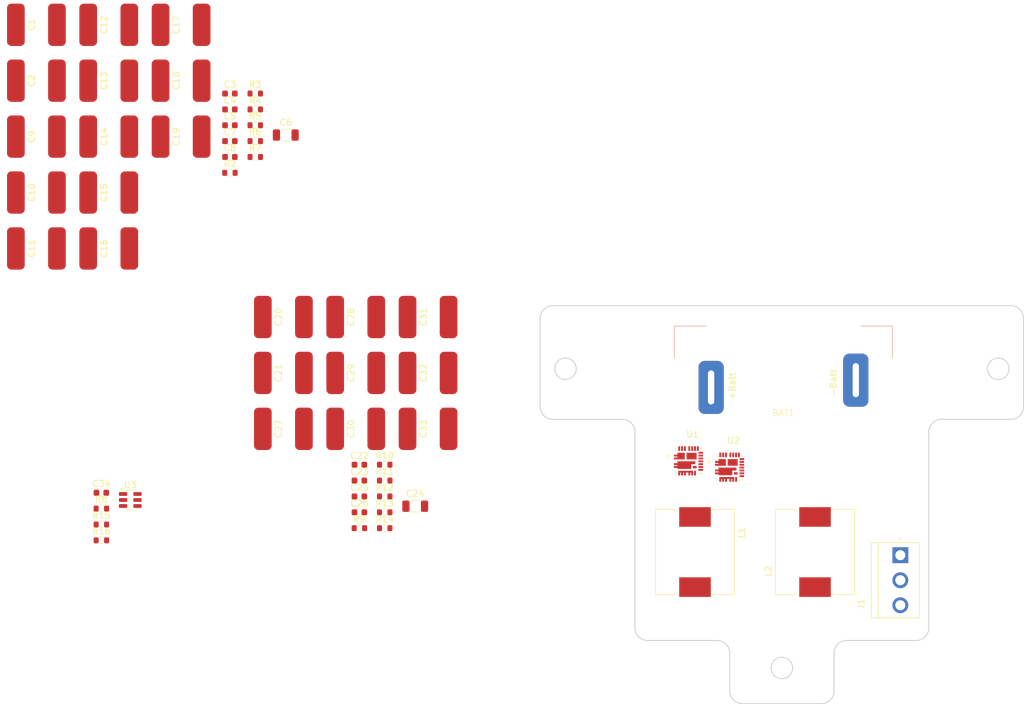
<source format=kicad_pcb>
(kicad_pcb (version 20241229) (generator "pcbnew") (generator_version "9.0")
  (layers (0 "F.Cu" signal) (4 "In1.Cu" power) (6 "In2.Cu" power) (2 "B.Cu" signal) (13 "F.Paste" user) (15 "B.Paste" user) (5 "F.SilkS" user "F.Silkscreen") (7 "B.SilkS" user "B.Silkscreen") (1 "F.Mask" user) (3 "B.Mask" user) (25 "Edge.Cuts" user))
  (net 0 "")
  (net 1 "GND")
  (net 2 "+BATT")
  (net 3 "Net-(C5-Pad2)")
  (net 4 "Net-(U1-BOOT)")
  (net 5 "Net-(U1-VDRV)")
  (net 6 "GND1")
  (net 7 "Net-(U1-VDD)")
  (net 8 "/+12V")
  (net 9 "Net-(C23-Pad2)")
  (net 10 "Net-(U2-BOOT)")
  (net 11 "Net-(U2-VDRV)")
  (net 12 "Net-(U2-VDD)")
  (net 13 "/+5V")
  (net 14 "Net-(L1-Pad1)")
  (net 15 "Net-(L2-Pad1)")
  (net 16 "Net-(U1-PHASE)")
  (net 17 "Net-(U1-MODE2)")
  (net 18 "Net-(U1-PGOOD)")
  (net 19 "Net-(U1-MODE1)")
  (net 20 "Net-(U1-FB)")
  (net 21 "/12V/EN_12V")
  (net 22 "Net-(U2-PHASE)")
  (net 23 "Net-(U2-MODE2)")
  (net 24 "Net-(U2-PGOOD)")
  (net 25 "Net-(U2-MODE1)")
  (net 26 "Net-(U2-FB)")
  (net 27 "Net-(U3-SENSE)")
  (footprint "Capacitor_SMD:C_0603_1608Metric" (layer "F.Cu") (at 12.592 84.3198)
    (property "Reference" "C34" (at 0 -1.43 0) (layer "F.SilkS"))
    (property "Value" "100n/50V/0603")
    (fp_line (start -0.14058 -0.51) (end 0.14058 -0.51) (stroke (width 0.12)) (layer "F.SilkS"))
    (fp_line (start -0.14058 0.51) (end 0.14058 0.51) (stroke (width 0.12)) (layer "F.SilkS"))
    (pad "1" smd roundrect (at -0.775 0) (size 0.9 0.95) (layers "F.Cu" "F.Mask" "F.Paste") (net 1 "GND"))
    (pad "2" smd roundrect (at 0.775 0) (size 0.9 0.95) (layers "F.Cu" "F.Mask" "F.Paste") (net 2 "+BATT"))
  )
  (footprint "Library:TE_640388-3" (layer "F.Cu") (at 139.052 98.1598 90)
    (property "Reference" "J1" (at -3.765 -6.205 90) (layer "F.SilkS"))
    (property "Value" "640388-3")
    (fp_line (start 5.94 -4.57) (end -5.94 -4.57) (stroke (width 0.127)) (layer "F.SilkS"))
    (fp_line (start 5.94 -4.57) (end 5.94 3.05) (stroke (width 0.127)) (layer "F.SilkS"))
    (fp_line (start 5.9 -3.5) (end -5.98 -3.5) (stroke (width 0.127)) (layer "F.SilkS"))
    (fp_line (start 5.94 3.05) (end -5.94 3.05) (stroke (width 0.127)) (layer "F.SilkS"))
    (fp_line (start -5.94 3.05) (end -5.94 -4.57) (stroke (width 0.127)) (layer "F.SilkS"))
    (fp_circle (center 6.59 0) (end 6.69 0) (stroke (width 0.2)) (fill no) (layer "F.SilkS"))
    (pad "1" thru_hole rect (at 3.96 0 90) (size 2.5 2.5) (drill 1.6) (layers "*.Cu" "*.Mask") (net 13 "/+5V"))
    (pad "2" thru_hole circle (at 0 0 90) (size 2.5 2.5) (drill 1.6) (layers "*.Cu" "*.Mask") (net 8 "/+12V"))
    (pad "3" thru_hole circle (at -3.96 0 90) (size 2.5 2.5) (drill 1.6) (layers "*.Cu" "*.Mask") (net 1 "GND"))
  )
  (footprint "Resistor_SMD:R_0603_1608Metric" (layer "F.Cu") (at 36.952 26.1498)
    (property "Reference" "R5" (at 0 -1.43 0) (layer "F.SilkS"))
    (property "Value" "100k/0603")
    (fp_line (start -0.237258 -0.5225) (end 0.237258 -0.5225) (stroke (width 0.12)) (layer "F.SilkS"))
    (fp_line (start -0.237258 0.5225) (end 0.237258 0.5225) (stroke (width 0.12)) (layer "F.SilkS"))
    (pad "1" smd roundrect (at -0.825 0) (size 0.8 0.95) (layers "F.Cu" "F.Mask" "F.Paste") (net 7 "Net-(U1-VDD)"))
    (pad "2" smd roundrect (at 0.825 0) (size 0.8 0.95) (layers "F.Cu" "F.Mask" "F.Paste") (net 19 "Net-(U1-MODE1)"))
  )
  (footprint "Library:C_CER_7.5x6.3" (layer "F.Cu") (at 64.302 56.4998)
    (property "Reference" "C31" (at -0.75 0 90) (layer "F.SilkS"))
    (property "Value" "22u/50V/3025")
    (pad "1" smd roundrect (at -3.25 0) (size 2.8 6.7) (layers "F.Cu" "F.Mask" "F.Paste") (net 13 "/+5V"))
    (pad "2" smd roundrect (at 3.25 0) (size 2.8 6.7) (layers "F.Cu" "F.Mask" "F.Paste") (net 1 "GND"))
  )
  (footprint "Library:C_CER_7.5x6.3" (layer "F.Cu") (at 13.762 19.0998)
    (property "Reference" "C13" (at -0.75 0 90) (layer "F.SilkS"))
    (property "Value" "22u/50V/3025")
    (pad "1" smd roundrect (at -3.25 0) (size 2.8 6.7) (layers "F.Cu" "F.Mask" "F.Paste") (net 8 "/+12V"))
    (pad "2" smd roundrect (at 3.25 0) (size 2.8 6.7) (layers "F.Cu" "F.Mask" "F.Paste") (net 1 "GND"))
  )
  (footprint "Capacitor_SMD:C_0603_1608Metric" (layer "F.Cu") (at 53.432 82.3898)
    (property "Reference" "C23" (at 0 -1.43 0) (layer "F.SilkS"))
    (property "Value" "100n/50V/0603")
    (fp_line (start -0.14058 -0.51) (end 0.14058 -0.51) (stroke (width 0.12)) (layer "F.SilkS"))
    (fp_line (start -0.14058 0.51) (end 0.14058 0.51) (stroke (width 0.12)) (layer "F.SilkS"))
    (pad "1" smd roundrect (at -0.775 0) (size 0.9 0.95) (layers "F.Cu" "F.Mask" "F.Paste") (net 10 "Net-(U2-BOOT)"))
    (pad "2" smd roundrect (at 0.775 0) (size 0.9 0.95) (layers "F.Cu" "F.Mask" "F.Paste") (net 9 "Net-(C23-Pad2)"))
  )
  (footprint "Resistor_SMD:R_0603_1608Metric" (layer "F.Cu") (at 36.952 23.6398)
    (property "Reference" "R4" (at 0 -1.43 0) (layer "F.SilkS"))
    (property "Value" "100k/0603")
    (fp_line (start -0.237258 -0.5225) (end 0.237258 -0.5225) (stroke (width 0.12)) (layer "F.SilkS"))
    (fp_line (start -0.237258 0.5225) (end 0.237258 0.5225) (stroke (width 0.12)) (layer "F.SilkS"))
    (pad "1" smd roundrect (at -0.825 0) (size 0.8 0.95) (layers "F.Cu" "F.Mask" "F.Paste") (net 18 "Net-(U1-PGOOD)"))
    (pad "2" smd roundrect (at 0.825 0) (size 0.8 0.95) (layers "F.Cu" "F.Mask" "F.Paste") (net 7 "Net-(U1-VDD)"))
  )
  (footprint "Capacitor_SMD:C_0603_1608Metric" (layer "F.Cu") (at 32.942 26.1498)
    (property "Reference" "C5" (at 0 -1.43 0) (layer "F.SilkS"))
    (property "Value" "100n/50V/0603")
    (fp_line (start -0.14058 -0.51) (end 0.14058 -0.51) (stroke (width 0.12)) (layer "F.SilkS"))
    (fp_line (start -0.14058 0.51) (end 0.14058 0.51) (stroke (width 0.12)) (layer "F.SilkS"))
    (pad "1" smd roundrect (at -0.775 0) (size 0.9 0.95) (layers "F.Cu" "F.Mask" "F.Paste") (net 4 "Net-(U1-BOOT)"))
    (pad "2" smd roundrect (at 0.775 0) (size 0.9 0.95) (layers "F.Cu" "F.Mask" "F.Paste") (net 3 "Net-(C5-Pad2)"))
  )
  (footprint "Capacitor_SMD:C_0603_1608Metric" (layer "F.Cu") (at 32.942 31.1698)
    (property "Reference" "C8" (at 0 -1.43 0) (layer "F.SilkS"))
    (property "Value" "100n/50V/0603")
    (fp_line (start -0.14058 -0.51) (end 0.14058 -0.51) (stroke (width 0.12)) (layer "F.SilkS"))
    (fp_line (start -0.14058 0.51) (end 0.14058 0.51) (stroke (width 0.12)) (layer "F.SilkS"))
    (pad "1" smd roundrect (at -0.775 0) (size 0.9 0.95) (layers "F.Cu" "F.Mask" "F.Paste") (net 1 "GND"))
    (pad "2" smd roundrect (at 0.775 0) (size 0.9 0.95) (layers "F.Cu" "F.Mask" "F.Paste") (net 8 "/+12V"))
  )
  (footprint "Library:C_CER_7.5x6.3" (layer "F.Cu") (at 25.212 10.2498)
    (property "Reference" "C17" (at -0.75 0 90) (layer "F.SilkS"))
    (property "Value" "22u/50V/3025")
    (pad "1" smd roundrect (at -3.25 0) (size 2.8 6.7) (layers "F.Cu" "F.Mask" "F.Paste") (net 8 "/+12V"))
    (pad "2" smd roundrect (at 3.25 0) (size 2.8 6.7) (layers "F.Cu" "F.Mask" "F.Paste") (net 1 "GND"))
  )
  (footprint "Library:C_1206_3216Metric" (layer "F.Cu") (at 41.782 27.6998)
    (property "Reference" "C6" (at 0 -2 180) (layer "F.SilkS"))
    (property "Value" "4.7u/16V/1206")
    (fp_line (start -0.711252 -0.91) (end 0.711252 -0.91) (stroke (width 0.12)) (layer "F.SilkS"))
    (fp_line (start -0.711252 0.91) (end 0.711252 0.91) (stroke (width 0.12)) (layer "F.SilkS"))
    (pad "1" smd roundrect (at -1.475 0) (size 1.15 1.8) (layers "F.Cu" "F.Mask" "F.Paste") (roundrect_rratio 0.2173913043) (net 5 "Net-(U1-VDRV)"))
    (pad "2" smd roundrect (at 1.475 0) (size 1.15 1.8) (layers "F.Cu" "F.Mask" "F.Paste") (roundrect_rratio 0.2173913043) (net 6 "GND1"))
  )
  (footprint "Capacitor_SMD:C_0603_1608Metric" (layer "F.Cu") (at 53.432 84.8998)
    (property "Reference" "C25" (at 0 -1.43 0) (layer "F.SilkS"))
    (property "Value" "1u/16V/0603")
    (fp_line (start -0.14058 -0.51) (end 0.14058 -0.51) (stroke (width 0.12)) (layer "F.SilkS"))
    (fp_line (start -0.14058 0.51) (end 0.14058 0.51) (stroke (width 0.12)) (layer "F.SilkS"))
    (pad "1" smd roundrect (at -0.775 0) (size 0.9 0.95) (layers "F.Cu" "F.Mask" "F.Paste") (net 12 "Net-(U2-VDD)"))
    (pad "2" smd roundrect (at 0.775 0) (size 0.9 0.95) (layers "F.Cu" "F.Mask" "F.Paste") (net 6 "GND1"))
  )
  (footprint "Capacitor_SMD:C_0603_1608Metric" (layer "F.Cu") (at 53.432 79.8798)
    (property "Reference" "C22" (at 0 -1.43 0) (layer "F.SilkS"))
    (property "Value" "100n/50V/0603")
    (fp_line (start -0.14058 -0.51) (end 0.14058 -0.51) (stroke (width 0.12)) (layer "F.SilkS"))
    (fp_line (start -0.14058 0.51) (end 0.14058 0.51) (stroke (width 0.12)) (layer "F.SilkS"))
    (pad "1" smd roundrect (at -0.775 0) (size 0.9 0.95) (layers "F.Cu" "F.Mask" "F.Paste") (net 1 "GND"))
    (pad "2" smd roundrect (at 0.775 0) (size 0.9 0.95) (layers "F.Cu" "F.Mask" "F.Paste") (net 2 "+BATT"))
  )
  (footprint "Capacitor_SMD:C_0603_1608Metric" (layer "F.Cu") (at 32.942 23.6398)
    (property "Reference" "C4" (at 0 -1.43 0) (layer "F.SilkS"))
    (property "Value" "100n/50V/0603")
    (fp_line (start -0.14058 -0.51) (end 0.14058 -0.51) (stroke (width 0.12)) (layer "F.SilkS"))
    (fp_line (start -0.14058 0.51) (end 0.14058 0.51) (stroke (width 0.12)) (layer "F.SilkS"))
    (pad "1" smd roundrect (at -0.775 0) (size 0.9 0.95) (layers "F.Cu" "F.Mask" "F.Paste") (net 1 "GND"))
    (pad "2" smd roundrect (at 0.775 0) (size 0.9 0.95) (layers "F.Cu" "F.Mask" "F.Paste") (net 2 "+BATT"))
  )
  (footprint "Library:C_CER_7.5x6.3" (layer "F.Cu") (at 25.212 27.9498)
    (property "Reference" "C19" (at -0.75 0 90) (layer "F.SilkS"))
    (property "Value" "22u/50V/3025")
    (pad "1" smd roundrect (at -3.25 0) (size 2.8 6.7) (layers "F.Cu" "F.Mask" "F.Paste") (net 8 "/+12V"))
    (pad "2" smd roundrect (at 3.25 0) (size 2.8 6.7) (layers "F.Cu" "F.Mask" "F.Paste") (net 1 "GND"))
  )
  (footprint "Library:C_CER_7.5x6.3" (layer "F.Cu") (at 64.302 65.3498)
    (property "Reference" "C32" (at -0.75 0 90) (layer "F.SilkS"))
    (property "Value" "22u/50V/3025")
    (pad "1" smd roundrect (at -3.25 0) (size 2.8 6.7) (layers "F.Cu" "F.Mask" "F.Paste") (net 13 "/+5V"))
    (pad "2" smd roundrect (at 3.25 0) (size 2.8 6.7) (layers "F.Cu" "F.Mask" "F.Paste") (net 1 "GND"))
  )
  (footprint "Resistor_SMD:R_0603_1608Metric" (layer "F.Cu") (at 36.952 21.1298)
    (property "Reference" "R3" (at 0 -1.43 0) (layer "F.SilkS"))
    (property "Value" "499k/0603")
    (fp_line (start -0.237258 -0.5225) (end 0.237258 -0.5225) (stroke (width 0.12)) (layer "F.SilkS"))
    (fp_line (start -0.237258 0.5225) (end 0.237258 0.5225) (stroke (width 0.12)) (layer "F.SilkS"))
    (pad "1" smd roundrect (at -0.825 0) (size 0.8 0.95) (layers "F.Cu" "F.Mask" "F.Paste") (net 17 "Net-(U1-MODE2)"))
    (pad "2" smd roundrect (at 0.825 0) (size 0.8 0.95) (layers "F.Cu" "F.Mask" "F.Paste") (net 6 "GND1"))
  )
  (footprint "Resistor_SMD:R_0603_1608Metric" (layer "F.Cu") (at 12.592 86.8298)
    (property "Reference" "R8" (at 0 -1.43 0) (layer "F.SilkS"))
    (property "Value" "100k/0603")
    (fp_line (start -0.237258 -0.5225) (end 0.237258 -0.5225) (stroke (width 0.12)) (layer "F.SilkS"))
    (fp_line (start -0.237258 0.5225) (end 0.237258 0.5225) (stroke (width 0.12)) (layer "F.SilkS"))
    (pad "1" smd roundrect (at -0.825 0) (size 0.8 0.95) (layers "F.Cu" "F.Mask" "F.Paste") (net 21 "/12V/EN_12V"))
    (pad "2" smd roundrect (at 0.825 0) (size 0.8 0.95) (layers "F.Cu" "F.Mask" "F.Paste") (net 2 "+BATT"))
  )
  (footprint "Library:IND_SRP1265A-2R2M" (layer "F.Cu") (at 106.552 93.6998 -90)
    (property "Reference" "L1" (at -3.075 -7.385 90) (layer "F.SilkS"))
    (property "Value" "2.2u/22A")
    (fp_line (start -6.75 6.25) (end -6.75 2.82) (stroke (width 0.127)) (layer "F.SilkS"))
    (fp_line (start 6.75 6.25) (end -6.75 6.25) (stroke (width 0.127)) (layer "F.SilkS"))
    (fp_line (start 6.75 6.25) (end 6.75 2.82) (stroke (width 0.127)) (layer "F.SilkS"))
    (fp_line (start -6.75 -2.82) (end -6.75 -6.25) (stroke (width 0.127)) (layer "F.SilkS"))
    (fp_line (start -6.75 -6.25) (end 6.75 -6.25) (stroke (width 0.127)) (layer "F.SilkS"))
    (fp_line (start 6.75 -6.25) (end 6.75 -2.82) (stroke (width 0.127)) (layer "F.SilkS"))
    (pad "1" smd rect (at -5.55 0 270) (size 3.1 5) (layers "F.Cu" "F.Mask" "F.Paste") (net 14 "Net-(L1-Pad1)"))
    (pad "2" smd rect (at 5.55 0 270) (size 3.1 5) (layers "F.Cu" "F.Mask" "F.Paste") (net 8 "/+12V"))
  )
  (footprint "Library:C_CER_7.5x6.3" (layer "F.Cu") (at 41.402 74.1998)
    (property "Reference" "C27" (at -0.75 0 90) (layer "F.SilkS"))
    (property "Value" "22u/50V/3025")
    (pad "1" smd roundrect (at -3.25 0) (size 2.8 6.7) (layers "F.Cu" "F.Mask" "F.Paste") (net 13 "/+5V"))
    (pad "2" smd roundrect (at 3.25 0) (size 2.8 6.7) (layers "F.Cu" "F.Mask" "F.Paste") (net 1 "GND"))
  )
  (footprint "Resistor_SMD:R_0603_1608Metric" (layer "F.Cu") (at 53.432 89.9198)
    (property "Reference" "R9" (at 0 -1.43 0) (layer "F.SilkS"))
    (property "Value" "2.2R/0603")
    (fp_line (start -0.237258 -0.5225) (end 0.237258 -0.5225) (stroke (width 0.12)) (layer "F.SilkS"))
    (fp_line (start -0.237258 0.5225) (end 0.237258 0.5225) (stroke (width 0.12)) (layer "F.SilkS"))
    (pad "1" smd roundrect (at -0.825 0) (size 0.8 0.95) (layers "F.Cu" "F.Mask" "F.Paste") (net 22 "Net-(U2-PHASE)"))
    (pad "2" smd roundrect (at 0.825 0) (size 0.8 0.95) (layers "F.Cu" "F.Mask" "F.Paste") (net 9 "Net-(C23-Pad2)"))
  )
  (footprint "Capacitor_SMD:C_0603_1608Metric" (layer "F.Cu") (at 32.942 21.1298)
    (property "Reference" "C3" (at 0 -1.43 0) (layer "F.SilkS"))
    (property "Value" "100n/50V/0603")
    (fp_line (start -0.14058 -0.51) (end 0.14058 -0.51) (stroke (width 0.12)) (layer "F.SilkS"))
    (fp_line (start -0.14058 0.51) (end 0.14058 0.51) (stroke (width 0.12)) (layer "F.SilkS"))
    (pad "1" smd roundrect (at -0.775 0) (size 0.9 0.95) (layers "F.Cu" "F.Mask" "F.Paste") (net 1 "GND"))
    (pad "2" smd roundrect (at 0.775 0) (size 0.9 0.95) (layers "F.Cu" "F.Mask" "F.Paste") (net 2 "+BATT"))
  )
  (footprint "Library:C_CER_7.5x6.3" (layer "F.Cu") (at 25.212 19.0998)
    (property "Reference" "C18" (at -0.75 0 90) (layer "F.SilkS"))
    (property "Value" "22u/50V/3025")
    (pad "1" smd roundrect (at -3.25 0) (size 2.8 6.7) (layers "F.Cu" "F.Mask" "F.Paste") (net 8 "/+12V"))
    (pad "2" smd roundrect (at 3.25 0) (size 2.8 6.7) (layers "F.Cu" "F.Mask" "F.Paste") (net 1 "GND"))
  )
  (footprint "Resistor_SMD:R_0603_1608Metric" (layer "F.Cu") (at 36.952 31.1698)
    (property "Reference" "R7" (at 0 -1.43 0) (layer "F.SilkS"))
    (property "Value" "191K/0603/0.1%")
    (fp_line (start -0.237258 -0.5225) (end 0.237258 -0.5225) (stroke (width 0.12)) (layer "F.SilkS"))
    (fp_line (start -0.237258 0.5225) (end 0.237258 0.5225) (stroke (width 0.12)) (layer "F.SilkS"))
    (pad "1" smd roundrect (at -0.825 0) (size 0.8 0.95) (layers "F.Cu" "F.Mask" "F.Paste") (net 20 "Net-(U1-FB)"))
    (pad "2" smd roundrect (at 0.825 0) (size 0.8 0.95) (layers "F.Cu" "F.Mask" "F.Paste") (net 8 "/+12V"))
  )
  (footprint "Library:C_1206_3216Metric" (layer "F.Cu") (at 62.272 86.4498)
    (property "Reference" "C24" (at 0 -2 180) (layer "F.SilkS"))
    (property "Value" "4.7u/16V/1206")
    (fp_line (start -0.711252 -0.91) (end 0.711252 -0.91) (stroke (width 0.12)) (layer "F.SilkS"))
    (fp_line (start -0.711252 0.91) (end 0.711252 0.91) (stroke (width 0.12)) (layer "F.SilkS"))
    (pad "1" smd roundrect (at -1.475 0) (size 1.15 1.8) (layers "F.Cu" "F.Mask" "F.Paste") (roundrect_rratio 0.2173913043) (net 11 "Net-(U2-VDRV)"))
    (pad "2" smd roundrect (at 1.475 0) (size 1.15 1.8) (layers "F.Cu" "F.Mask" "F.Paste") (roundrect_rratio 0.2173913043) (net 6 "GND1"))
  )
  (footprint "Library:C_CER_7.5x6.3" (layer "F.Cu") (at 41.402 65.3498)
    (property "Reference" "C21" (at -0.75 0 90) (layer "F.SilkS"))
    (property "Value" "22u/50V/3025")
    (pad "1" smd roundrect (at -3.25 0) (size 2.8 6.7) (layers "F.Cu" "F.Mask" "F.Paste") (net 2 "+BATT"))
    (pad "2" smd roundrect (at 3.25 0) (size 2.8 6.7) (layers "F.Cu" "F.Mask" "F.Paste") (net 1 "GND"))
  )
  (footprint "Library:VREG_SIC437AED-T1-GE3" (layer "F.Cu") (at 112.027 80.2648)
    (property "Reference" "U2" (at 0.625 -4.185 0) (layer "F.SilkS"))
    (property "Value" "SIC43x")
    (fp_line (start -2 -2) (end -1.945 -2) (stroke (width 0.127)) (layer "F.SilkS"))
    (fp_line (start -2 -1.595) (end -2 -2) (stroke (width 0.127)) (layer "F.SilkS"))
    (fp_line (start -2 2) (end -2 1.595) (stroke (width 0.127)) (layer "F.SilkS"))
    (fp_line (start -1.945 2) (end -2 2) (stroke (width 0.127)) (layer "F.SilkS"))
    (fp_line (start 1.945 -2) (end 2 -2) (stroke (width 0.127)) (layer "F.SilkS"))
    (fp_line (start 2 -2) (end 2 -1.745) (stroke (width 0.127)) (layer "F.SilkS"))
    (fp_line (start 2 2) (end 1.495 2) (stroke (width 0.127)) (layer "F.SilkS"))
    (fp_line (start 2 2) (end 2 1.895) (stroke (width 0.127)) (layer "F.SilkS"))
    (fp_circle (center -3.3 -0.825) (end -3.2 -0.825) (stroke (width 0.2)) (fill no) (layer "F.SilkS"))
    (pad "1" smd custom (at -2.025 -0.825) (size 0.1 0.1) (layers "F.Cu") (net 2 "+BATT") (options (clearance outline) (anchor rect)) (primitives (gr_poly (pts (xy -0.275 -0.15) (xy 0.275 -0.15) (xy 0.275 -0.45) (xy 1.425 -0.45) (xy 1.425 0.6) (xy -0.275 0.6) (xy -0.275 0.3) (xy 0.275 0.3) (xy 0.275 0.15) (xy -0.275 0.15)) (width 0.01) (fill yes))))
    (pad "3" smd custom (at -2.025 0.525) (size 0.1 0.1) (layers "F.Cu") (net 1 "GND") (options (clearance outline) (anchor rect)) (primitives (gr_poly (pts (xy -0.275 -0.15) (xy 0.275 -0.15) (xy 0.275 -0.45) (xy 3.1 -0.45) (xy 3.1 0.005) (xy 2.45 0.005) (xy 2.45 0.75) (xy 0.275 0.75) (xy 0.275 0.6) (xy -0.275 0.6) (xy -0.275 0.3) (xy 0.275 0.3) (xy 0.275 0.15) (xy -0.275 0.15)) (width 0.01) (fill yes))))
    (pad "5_6_7_8_9" smd custom (at -1.475 2.075) (size 0.1 0.1) (layers "F.Cu") (options (clearance outline) (anchor rect)) (primitives (gr_poly (pts (xy -0.15 -0.5) (xy -0.15 0.225) (xy 0.15 0.225) (xy 0.15 -0.225) (xy 0.3 -0.225) (xy 0.3 0.225) (xy 0.6 0.225) (xy 0.6 -0.225) (xy 0.75 -0.225) (xy 0.75 0.225) (xy 1.05 0.225) (xy 1.05 -0.225) (xy 1.45 -0.225) (xy 1.45 0.225) (xy 1.75 0.225) (xy 1.75 -0.225) (xy 1.9 -0.225) (xy 1.9 0.225) (xy 2.2 0.225) (xy 2.2 -0.5)) (width 0.01) (fill yes))))
    (pad "10" smd rect (at 1.025 1.935) (size 0.3 0.73) (layers "F.Cu" "F.Paste"))
    (pad "11" smd rect (at 1.9375 1.425) (size 0.725 0.3) (layers "F.Cu" "F.Paste"))
    (pad "12" smd rect (at 1.9375 0.975) (size 0.725 0.3) (layers "F.Cu" "F.Paste") (net 11 "Net-(U2-VDRV)"))
    (pad "13" smd rect (at 1.9375 0.525) (size 0.725 0.3) (layers "F.Cu" "F.Paste") (net 1 "GND"))
    (pad "14" smd rect (at 1.9375 0.075) (size 0.725 0.3) (layers "F.Cu" "F.Paste") (net 24 "Net-(U2-PGOOD)"))
    (pad "15" smd rect (at 1.9375 -0.375) (size 0.725 0.3) (layers "F.Cu" "F.Paste") (net 12 "Net-(U2-VDD)"))
    (pad "16" smd rect (at 1.9375 -0.825) (size 0.725 0.3) (layers "F.Cu" "F.Paste") (net 6 "GND1"))
    (pad "17" smd rect (at 1.9375 -1.275) (size 0.725 0.3) (layers "F.Cu" "F.Paste") (net 26 "Net-(U2-FB)"))
    (pad "18" smd rect (at 1.475 -1.9375) (size 0.3 0.725) (layers "F.Cu" "F.Paste") (net 13 "/+5V"))
    (pad "19" smd rect (at 1.025 -1.9375) (size 0.3 0.725) (layers "F.Cu" "F.Paste") (net 21 "/12V/EN_12V"))
    (pad "20" smd rect (at 0.575 -1.9375) (size 0.3 0.725) (layers "F.Cu" "F.Paste") (net 23 "Net-(U2-MODE2)"))
    (pad "21" smd rect (at 0.125 -1.9375) (size 0.3 0.725) (layers "F.Cu" "F.Paste") (net 25 "Net-(U2-MODE1)"))
    (pad "22" smd rect (at -0.575 -1.9375) (size 0.3 0.725) (layers "F.Cu" "F.Paste") (net 2 "+BATT"))
    (pad "23" smd rect (at -1.025 -1.9375) (size 0.3 0.725) (layers "F.Cu" "F.Paste") (net 10 "Net-(U2-BOOT)"))
    (pad "24" smd rect (at -1.475 -1.9375) (size 0.3 0.725) (layers "F.Cu" "F.Paste") (net 22 "Net-(U2-PHASE)"))
    (pad "25" smd rect (at 0.4875 -0.75) (size 1.575 1.05) (layers "F.Cu" "F.Paste") (net 6 "GND1"))
    (pad "28" smd rect (at 0.985 0.99) (size 0.58 0.38) (layers "F.Cu" "F.Paste"))
  )
  (footprint "Resistor_SMD:R_0603_1608Metric" (layer "F.Cu") (at 36.952 28.6598)
    (property "Reference" "R6" (at 0 -1.43 0) (layer "F.SilkS"))
    (property "Value" "10k/0603/0.1%")
    (fp_line (start -0.237258 -0.5225) (end 0.237258 -0.5225) (stroke (width 0.12)) (layer "F.SilkS"))
    (fp_line (start -0.237258 0.5225) (end 0.237258 0.5225) (stroke (width 0.12)) (layer "F.SilkS"))
    (pad "1" smd roundrect (at -0.825 0) (size 0.8 0.95) (layers "F.Cu" "F.Mask" "F.Paste") (net 6 "GND1"))
    (pad "2" smd roundrect (at 0.825 0) (size 0.8 0.95) (layers "F.Cu" "F.Mask" "F.Paste") (net 20 "Net-(U1-FB)"))
  )
  (footprint "Library:C_CER_7.5x6.3" (layer "F.Cu") (at 64.302 74.1998)
    (property "Reference" "C33" (at -0.75 0 90) (layer "F.SilkS"))
    (property "Value" "22u/50V/3025")
    (pad "1" smd roundrect (at -3.25 0) (size 2.8 6.7) (layers "F.Cu" "F.Mask" "F.Paste") (net 13 "/+5V"))
    (pad "2" smd roundrect (at 3.25 0) (size 2.8 6.7) (layers "F.Cu" "F.Mask" "F.Paste") (net 1 "GND"))
  )
  (footprint "Resistor_SMD:R_0603_1608Metric" (layer "F.Cu") (at 12.592 89.3398)
    (property "Reference" "R15" (at 0 -1.43 0) (layer "F.SilkS"))
    (property "Value" "2M/0603")
    (fp_line (start -0.237258 -0.5225) (end 0.237258 -0.5225) (stroke (width 0.12)) (layer "F.SilkS"))
    (fp_line (start -0.237258 0.5225) (end 0.237258 0.5225) (stroke (width 0.12)) (layer "F.SilkS"))
    (pad "1" smd roundrect (at -0.825 0) (size 0.8 0.95) (layers "F.Cu" "F.Mask" "F.Paste") (net 27 "Net-(U3-SENSE)"))
    (pad "2" smd roundrect (at 0.825 0) (size 0.8 0.95) (layers "F.Cu" "F.Mask" "F.Paste") (net 2 "+BATT"))
  )
  (footprint "Library:C_CER_7.5x6.3" (layer "F.Cu") (at 2.312 10.2498)
    (property "Reference" "C1" (at -0.75 0 90) (layer "F.SilkS"))
    (property "Value" "22u/50V/3025")
    (pad "1" smd roundrect (at -3.25 0) (size 2.8 6.7) (layers "F.Cu" "F.Mask" "F.Paste") (net 2 "+BATT"))
    (pad "2" smd roundrect (at 3.25 0) (size 2.8 6.7) (layers "F.Cu" "F.Mask" "F.Paste") (net 1 "GND"))
  )
  (footprint "Package_TO_SOT_SMD:TSOT-23-6" (layer "F.Cu") (at 17.172 85.4648)
    (property "Reference" "U3" (at 0 -2.4 0) (layer "F.SilkS"))
    (property "Value" "TPS3711DDCR")
    (fp_line (start 0 -1.56) (end -0.8 -1.56) (stroke (width 0.12)) (layer "F.SilkS"))
    (fp_line (start 0 -1.56) (end 0.8 -1.56) (stroke (width 0.12)) (layer "F.SilkS"))
    (fp_line (start 0 1.56) (end -0.8 1.56) (stroke (width 0.12)) (layer "F.SilkS"))
    (fp_line (start 0 1.56) (end 0.8 1.56) (stroke (width 0.12)) (layer "F.SilkS"))
    (fp_poly (pts (xy -1.3 -1.51) (xy -1.54 -1.84) (xy -1.06 -1.84) (xy -1.3 -1.51)) (stroke (width 0.12)) (fill yes) (layer "F.SilkS"))
    (pad "1" smd roundrect (at -1.1375 -0.95) (size 1.325 0.6) (layers "F.Cu" "F.Mask" "F.Paste") (net 21 "/12V/EN_12V"))
    (pad "2" smd roundrect (at -1.1375 0) (size 1.325 0.6) (layers "F.Cu" "F.Mask" "F.Paste") (net 1 "GND"))
    (pad "3" smd roundrect (at -1.1375 0.95) (size 1.325 0.6) (layers "F.Cu" "F.Mask" "F.Paste") (net 27 "Net-(U3-SENSE)"))
    (pad "4" smd roundrect (at 1.1375 0.95) (size 1.325 0.6) (layers "F.Cu" "F.Mask" "F.Paste") (net 1 "GND"))
    (pad "5" smd roundrect (at 1.1375 0) (size 1.325 0.6) (layers "F.Cu" "F.Mask" "F.Paste") (net 2 "+BATT"))
    (pad "6" smd roundrect (at 1.1375 -0.95) (size 1.325 0.6) (layers "F.Cu" "F.Mask" "F.Paste") (net 1 "GND"))
  )
  (footprint "Resistor_SMD:R_0603_1608Metric" (layer "F.Cu") (at 57.442 89.9198)
    (property "Reference" "R14" (at 0 -1.43 0) (layer "F.SilkS"))
    (property "Value" "73.2K/0603/0.1")
    (fp_line (start -0.237258 -0.5225) (end 0.237258 -0.5225) (stroke (width 0.12)) (layer "F.SilkS"))
    (fp_line (start -0.237258 0.5225) (end 0.237258 0.5225) (stroke (width 0.12)) (layer "F.SilkS"))
    (pad "1" smd roundrect (at -0.825 0) (size 0.8 0.95) (layers "F.Cu" "F.Mask" "F.Paste") (net 26 "Net-(U2-FB)"))
    (pad "2" smd roundrect (at 0.825 0) (size 0.8 0.95) (layers "F.Cu" "F.Mask" "F.Paste") (net 13 "/+5V"))
  )
  (footprint "Library:C_CER_7.5x6.3" (layer "F.Cu") (at 52.852 74.1998)
    (property "Reference" "C30" (at -0.75 0 90) (layer "F.SilkS"))
    (property "Value" "22u/50V/3025")
    (pad "1" smd roundrect (at -3.25 0) (size 2.8 6.7) (layers "F.Cu" "F.Mask" "F.Paste") (net 13 "/+5V"))
    (pad "2" smd roundrect (at 3.25 0) (size 2.8 6.7) (layers "F.Cu" "F.Mask" "F.Paste") (net 1 "GND"))
  )
  (footprint "Library:C_CER_7.5x6.3" (layer "F.Cu") (at 2.312 36.7998)
    (property "Reference" "C10" (at -0.75 0 90) (layer "F.SilkS"))
    (property "Value" "22u/50V/3025")
    (pad "1" smd roundrect (at -3.25 0) (size 2.8 6.7) (layers "F.Cu" "F.Mask" "F.Paste") (net 8 "/+12V"))
    (pad "2" smd roundrect (at 3.25 0) (size 2.8 6.7) (layers "F.Cu" "F.Mask" "F.Paste") (net 1 "GND"))
  )
  (footprint "Library:C_CER_7.5x6.3" (layer "F.Cu") (at 41.402 56.4998)
    (property "Reference" "C20" (at -0.75 0 90) (layer "F.SilkS"))
    (property "Value" "22u/50V/3025")
    (pad "1" smd roundrect (at -3.25 0) (size 2.8 6.7) (layers "F.Cu" "F.Mask" "F.Paste") (net 2 "+BATT"))
    (pad "2" smd roundrect (at 3.25 0) (size 2.8 6.7) (layers "F.Cu" "F.Mask" "F.Paste") (net 1 "GND"))
  )
  (footprint "Library:C_CER_7.5x6.3" (layer "F.Cu") (at 52.852 56.4998)
    (property "Reference" "C28" (at -0.75 0 90) (layer "F.SilkS"))
    (property "Value" "22u/50V/3025")
    (pad "1" smd roundrect (at -3.25 0) (size 2.8 6.7) (layers "F.Cu" "F.Mask" "F.Paste") (net 13 "/+5V"))
    (pad "2" smd roundrect (at 3.25 0) (size 2.8 6.7) (layers "F.Cu" "F.Mask" "F.Paste") (net 1 "GND"))
  )
  (footprint "Library:C_CER_7.5x6.3" (layer "F.Cu") (at 13.762 10.2498)
    (property "Reference" "C12" (at -0.75 0 90) (layer "F.SilkS"))
    (property "Value" "22u/50V/3025")
    (pad "1" smd roundrect (at -3.25 0) (size 2.8 6.7) (layers "F.Cu" "F.Mask" "F.Paste") (net 8 "/+12V"))
    (pad "2" smd roundrect (at 3.25 0) (size 2.8 6.7) (layers "F.Cu" "F.Mask" "F.Paste") (net 1 "GND"))
  )
  (footprint "Resistor_SMD:R_0603_1608Metric" (layer "F.Cu") (at 32.942 33.6798)
    (property "Reference" "R2" (at 0 -1.43 0) (layer "F.SilkS"))
    (property "Value" "2.2R/0603")
    (fp_line (start -0.237258 -0.5225) (end 0.237258 -0.5225) (stroke (width 0.12)) (layer "F.SilkS"))
    (fp_line (start -0.237258 0.5225) (end 0.237258 0.5225) (stroke (width 0.12)) (layer "F.SilkS"))
    (pad "1" smd roundrect (at -0.825 0) (size 0.8 0.95) (layers "F.Cu" "F.Mask" "F.Paste") (net 16 "Net-(U1-PHASE)"))
    (pad "2" smd roundrect (at 0.825 0) (size 0.8 0.95) (layers "F.Cu" "F.Mask" "F.Paste") (net 3 "Net-(C5-Pad2)"))
  )
  (footprint "Library:C_CER_7.5x6.3" (layer "F.Cu") (at 2.312 27.9498)
    (property "Reference" "C9" (at -0.75 0 90) (layer "F.SilkS"))
    (property "Value" "22u/50V/3025")
    (pad "1" smd roundrect (at -3.25 0) (size 2.8 6.7) (layers "F.Cu" "F.Mask" "F.Paste") (net 8 "/+12V"))
    (pad "2" smd roundrect (at 3.25 0) (size 2.8 6.7) (layers "F.Cu" "F.Mask" "F.Paste") (net 1 "GND"))
  )
  (footprint "Library:C_CER_7.5x6.3" (layer "F.Cu") (at 2.312 45.6498)
    (property "Reference" "C11" (at -0.75 0 90) (layer "F.SilkS"))
    (property "Value" "22u/50V/3025")
    (pad "1" smd roundrect (at -3.25 0) (size 2.8 6.7) (layers "F.Cu" "F.Mask" "F.Paste") (net 8 "/+12V"))
    (pad "2" smd roundrect (at 3.25 0) (size 2.8 6.7) (layers "F.Cu" "F.Mask" "F.Paste") (net 1 "GND"))
  )
  (footprint "Library:C_CER_7.5x6.3" (layer "F.Cu") (at 52.852 65.3498)
    (property "Reference" "C29" (at -0.75 0 90) (layer "F.SilkS"))
    (property "Value" "22u/50V/3025")
    (pad "1" smd roundrect (at -3.25 0) (size 2.8 6.7) (layers "F.Cu" "F.Mask" "F.Paste") (net 13 "/+5V"))
    (pad "2" smd roundrect (at 3.25 0) (size 2.8 6.7) (layers "F.Cu" "F.Mask" "F.Paste") (net 1 "GND"))
  )
  (footprint "Capacitor_SMD:C_0603_1608Metric" (layer "F.Cu") (at 32.942 28.6598)
    (property "Reference" "C7" (at 0 -1.43 0) (layer "F.SilkS"))
    (property "Value" "1u/16V/0603")
    (fp_line (start -0.14058 -0.51) (end 0.14058 -0.51) (stroke (width 0.12)) (layer "F.SilkS"))
    (fp_line (start -0.14058 0.51) (end 0.14058 0.51) (stroke (width 0.12)) (layer "F.SilkS"))
    (pad "1" smd roundrect (at -0.775 0) (size 0.9 0.95) (layers "F.Cu" "F.Mask" "F.Paste") (net 7 "Net-(U1-VDD)"))
    (pad "2" smd roundrect (at 0.775 0) (size 0.9 0.95) (layers "F.Cu" "F.Mask" "F.Paste") (net 6 "GND1"))
  )
  (footprint "Resistor_SMD:R_0603_1608Metric" (layer "F.Cu") (at 57.442 84.8998)
    (property "Reference" "R12" (at 0 -1.43 0) (layer "F.SilkS"))
    (property "Value" "100k/0603")
    (fp_line (start -0.237258 -0.5225) (end 0.237258 -0.5225) (stroke (width 0.12)) (layer "F.SilkS"))
    (fp_line (start -0.237258 0.5225) (end 0.237258 0.5225) (stroke (width 0.12)) (layer "F.SilkS"))
    (pad "1" smd roundrect (at -0.825 0) (size 0.8 0.95) (layers "F.Cu" "F.Mask" "F.Paste") (net 12 "Net-(U2-VDD)"))
    (pad "2" smd roundrect (at 0.825 0) (size 0.8 0.95) (layers "F.Cu" "F.Mask" "F.Paste") (net 25 "Net-(U2-MODE1)"))
  )
  (footprint "Library:Milwaukee 18V battery connector R1" (layer "F.Cu") (at 120.552 72.1998)
    (property "Reference" "BAT1" (at 0 -0.5 0) (layer "F.SilkS") (effects (font (thickness 0.1))))
    (property "Value" "Conn_01x02")
    (fp_line (start -17.25 -14.254) (end -17.25 -9.254) (stroke (width 0.12)) (layer "B.SilkS"))
    (fp_line (start -12.25 -14.254) (end -17.25 -14.254) (stroke (width 0.12)) (layer "B.SilkS"))
    (fp_line (start 12.25 -14.254) (end 17.25 -14.254) (stroke (width 0.12)) (layer "B.SilkS"))
    (fp_line (start 17.25 -14.254) (end 17.25 -9.254) (stroke (width 0.12)) (layer "B.SilkS"))
    (fp_text user "+Batt" (at -7.52 -2.538 90) (layer "F.SilkS") (effects (justify left bottom)))
    (fp_text user "-Batt" (at 8.48 -3.038 90) (layer "F.SilkS") (effects (justify left bottom)))
    (pad "1" thru_hole roundrect (at -11.45 -4.554) (size 4 8.4) (drill oval 1 5.4) (layers "*.Cu" "*.Mask") (net 2 "+BATT") (clearance 0.8))
    (pad "2" thru_hole roundrect (at 11.45 -5.704) (size 4 8.4) (drill oval 1 5.4) (layers "*.Cu" "*.Mask") (net 1 "GND") (thermal_bridge_width 2.5) (thermal_gap 0.8))
  )
  (footprint "Resistor_SMD:R_0603_1608Metric" (layer "F.Cu") (at 57.442 87.4098)
    (property "Reference" "R13" (at 0 -1.43 0) (layer "F.SilkS"))
    (property "Value" "10k/0603/0.1%")
    (fp_line (start -0.237258 -0.5225) (end 0.237258 -0.5225) (stroke (width 0.12)) (layer "F.SilkS"))
    (fp_line (start -0.237258 0.5225) (end 0.237258 0.5225) (stroke (width 0.12)) (layer "F.SilkS"))
    (pad "1" smd roundrect (at -0.825 0) (size 0.8 0.95) (layers "F.Cu" "F.Mask" "F.Paste") (net 6 "GND1"))
    (pad "2" smd roundrect (at 0.825 0) (size 0.8 0.95) (layers "F.Cu" "F.Mask" "F.Paste") (net 26 "Net-(U2-FB)"))
  )
  (footprint "Resistor_SMD:R_0603_1608Metric" (layer "F.Cu") (at 57.442 79.8798)
    (property "Reference" "R10" (at 0 -1.43 0) (layer "F.SilkS"))
    (property "Value" "200k/0603")
    (fp_line (start -0.237258 -0.5225) (end 0.237258 -0.5225) (stroke (width 0.12)) (layer "F.SilkS"))
    (fp_line (start -0.237258 0.5225) (end 0.237258 0.5225) (stroke (width 0.12)) (layer "F.SilkS"))
    (pad "1" smd roundrect (at -0.825 0) (size 0.8 0.95) (layers "F.Cu" "F.Mask" "F.Paste") (net 23 "Net-(U2-MODE2)"))
    (pad "2" smd roundrect (at 0.825 0) (size 0.8 0.95) (layers "F.Cu" "F.Mask" "F.Paste") (net 6 "GND1"))
  )
  (footprint "Library:C_CER_7.5x6.3" (layer "F.Cu") (at 13.762 27.9498)
    (property "Reference" "C14" (at -0.75 0 90) (layer "F.SilkS"))
    (property "Value" "22u/50V/3025")
    (pad "1" smd roundrect (at -3.25 0) (size 2.8 6.7) (layers "F.Cu" "F.Mask" "F.Paste") (net 8 "/+12V"))
    (pad "2" smd roundrect (at 3.25 0) (size 2.8 6.7) (layers "F.Cu" "F.Mask" "F.Paste") (net 1 "GND"))
  )
  (footprint "Resistor_SMD:R_0603_1608Metric" (layer "F.Cu") (at 57.442 82.3898)
    (property "Reference" "R11" (at 0 -1.43 0) (layer "F.SilkS"))
    (property "Value" "100k/0603")
    (fp_line (start -0.237258 -0.5225) (end 0.237258 -0.5225) (stroke (width 0.12)) (layer "F.SilkS"))
    (fp_line (start -0.237258 0.5225) (end 0.237258 0.5225) (stroke (width 0.12)) (layer "F.SilkS"))
    (pad "1" smd roundrect (at -0.825 0) (size 0.8 0.95) (layers "F.Cu" "F.Mask" "F.Paste") (net 24 "Net-(U2-PGOOD)"))
    (pad "2" smd roundrect (at 0.825 0) (size 0.8 0.95) (layers "F.Cu" "F.Mask" "F.Paste") (net 12 "Net-(U2-VDD)"))
  )
  (footprint "Resistor_SMD:R_0603_1608Metric" (layer "F.Cu") (at 12.592 91.8498)
    (property "Reference" "R16" (at 0 -1.43 0) (layer "F.SilkS"))
    (property "Value" "51.1K/0603")
    (fp_line (start -0.237258 -0.5225) (end 0.237258 -0.5225) (stroke (width 0.12)) (layer "F.SilkS"))
    (fp_line (start -0.237258 0.5225) (end 0.237258 0.5225) (stroke (width 0.12)) (layer "F.SilkS"))
    (pad "1" smd roundrect (at -0.825 0) (size 0.8 0.95) (layers "F.Cu" "F.Mask" "F.Paste") (net 1 "GND"))
    (pad "2" smd roundrect (at 0.825 0) (size 0.8 0.95) (layers "F.Cu" "F.Mask" "F.Paste") (net 27 "Net-(U3-SENSE)"))
  )
  (footprint "Library:VREG_SIC437AED-T1-GE3" (layer "F.Cu") (at 105.527 79.2648)
    (property "Reference" "U1" (at 0.625 -4.185 0) (layer "F.SilkS"))
    (property "Value" "SIC43x")
    (fp_line (start -2 -2) (end -1.945 -2) (stroke (width 0.127)) (layer "F.SilkS"))
    (fp_line (start -2 -1.595) (end -2 -2) (stroke (width 0.127)) (layer "F.SilkS"))
    (fp_line (start -2 2) (end -2 1.595) (stroke (width 0.127)) (layer "F.SilkS"))
    (fp_line (start -1.945 2) (end -2 2) (stroke (width 0.127)) (layer "F.SilkS"))
    (fp_line (start 1.945 -2) (end 2 -2) (stroke (width 0.127)) (layer "F.SilkS"))
    (fp_line (start 2 -2) (end 2 -1.745) (stroke (width 0.127)) (layer "F.SilkS"))
    (fp_line (start 2 2) (end 1.495 2) (stroke (width 0.127)) (layer "F.SilkS"))
    (fp_line (start 2 2) (end 2 1.895) (stroke (width 0.127)) (layer "F.SilkS"))
    (fp_circle (center -3.3 -0.825) (end -3.2 -0.825) (stroke (width 0.2)) (fill no) (layer "F.SilkS"))
    (pad "1" smd custom (at -2.025 -0.825) (size 0.1 0.1) (layers "F.Cu") (net 2 "+BATT") (options (clearance outline) (anchor rect)) (primitives (gr_poly (pts (xy -0.275 -0.15) (xy 0.275 -0.15) (xy 0.275 -0.45) (xy 1.425 -0.45) (xy 1.425 0.6) (xy -0.275 0.6) (xy -0.275 0.3) (xy 0.275 0.3) (xy 0.275 0.15) (xy -0.275 0.15)) (width 0.01) (fill yes))))
    (pad "3" smd custom (at -2.025 0.525) (size 0.1 0.1) (layers "F.Cu") (net 1 "GND") (options (clearance outline) (anchor rect)) (primitives (gr_poly (pts (xy -0.275 -0.15) (xy 0.275 -0.15) (xy 0.275 -0.45) (xy 3.1 -0.45) (xy 3.1 0.005) (xy 2.45 0.005) (xy 2.45 0.75) (xy 0.275 0.75) (xy 0.275 0.6) (xy -0.275 0.6) (xy -0.275 0.3) (xy 0.275 0.3) (xy 0.275 0.15) (xy -0.275 0.15)) (width 0.01) (fill yes))))
    (pad "5_6_7_8_9" smd custom (at -1.475 2.075) (size 0.1 0.1) (layers "F.Cu") (options (clearance outline) (anchor rect)) (primitives (gr_poly (pts (xy -0.15 -0.5) (xy -0.15 0.225) (xy 0.15 0.225) (xy 0.15 -0.225) (xy 0.3 -0.225) (xy 0.3 0.225) (xy 0.6 0.225) (xy 0.6 -0.225) (xy 0.75 -0.225) (xy 0.75 0.225) (xy 1.05 0.225) (xy 1.05 -0.225) (xy 1.45 -0.225) (xy 1.45 0.225) (xy 1.75 0.225) (xy 1.75 -0.225) (xy 1.9 -0.225) (xy 1.9 0.225) (xy 2.2 0.225) (xy 2.2 -0.5)) (width 0.01) (fill yes))))
    (pad "10" smd rect (at 1.025 1.935) (size 0.3 0.73) (layers "F.Cu" "F.Paste"))
    (pad "11" smd rect (at 1.9375 1.425) (size 0.725 0.3) (layers "F.Cu" "F.Paste"))
    (pad "12" smd rect (at 1.9375 0.975) (size 0.725 0.3) (layers "F.Cu" "F.Paste") (net 5 "Net-(U1-VDRV)"))
    (pad "13" smd rect (at 1.9375 0.525) (size 0.725 0.3) (layers "F.Cu" "F.Paste") (net 1 "GND"))
    (pad "14" smd rect (at 1.9375 0.075) (size 0.725 0.3) (layers "F.Cu" "F.Paste") (net 18 "Net-(U1-PGOOD)"))
    (pad "15" smd rect (at 1.9375 -0.375) (size 0.725 0.3) (layers "F.Cu" "F.Paste") (net 7 "Net-(U1-VDD)"))
    (pad "16" smd rect (at 1.9375 -0.825) (size 0.725 0.3) (layers "F.Cu" "F.Paste") (net 6 "GND1"))
    (pad "17" smd rect (at 1.9375 -1.275) (size 0.725 0.3) (layers "F.Cu" "F.Paste") (net 20 "Net-(U1-FB)"))
    (pad "18" smd rect (at 1.475 -1.9375) (size 0.3 0.725) (layers "F.Cu" "F.Paste") (net 8 "/+12V"))
    (pad "19" smd rect (at 1.025 -1.9375) (size 0.3 0.725) (layers "F.Cu" "F.Paste") (net 21 "/12V/EN_12V"))
    (pad "20" smd rect (at 0.575 -1.9375) (size 0.3 0.725) (layers "F.Cu" "F.Paste") (net 17 "Net-(U1-MODE2)"))
    (pad "21" smd rect (at 0.125 -1.9375) (size 0.3 0.725) (layers "F.Cu" "F.Paste") (net 19 "Net-(U1-MODE1)"))
    (pad "22" smd rect (at -0.575 -1.9375) (size 0.3 0.725) (layers "F.Cu" "F.Paste") (net 2 "+BATT"))
    (pad "23" smd rect (at -1.025 -1.9375) (size 0.3 0.725) (layers "F.Cu" "F.Paste") (net 4 "Net-(U1-BOOT)"))
    (pad "24" smd rect (at -1.475 -1.9375) (size 0.3 0.725) (layers "F.Cu" "F.Paste") (net 16 "Net-(U1-PHASE)"))
    (pad "25" smd rect (at 0.4875 -0.75) (size 1.575 1.05) (layers "F.Cu" "F.Paste") (net 6 "GND1"))
    (pad "28" smd rect (at 0.985 0.99) (size 0.58 0.38) (layers "F.Cu" "F.Paste"))
  )
  (footprint "Capacitor_SMD:C_0603_1608Metric" (layer "F.Cu") (at 53.432 87.4098)
    (property "Reference" "C26" (at 0 -1.43 0) (layer "F.SilkS"))
    (property "Value" "100n/50V/0603")
    (fp_line (start -0.14058 -0.51) (end 0.14058 -0.51) (stroke (width 0.12)) (layer "F.SilkS"))
    (fp_line (start -0.14058 0.51) (end 0.14058 0.51) (stroke (width 0.12)) (layer "F.SilkS"))
    (pad "1" smd roundrect (at -0.775 0) (size 0.9 0.95) (layers "F.Cu" "F.Mask" "F.Paste") (net 1 "GND"))
    (pad "2" smd roundrect (at 0.775 0) (size 0.9 0.95) (layers "F.Cu" "F.Mask" "F.Paste") (net 13 "/+5V"))
  )
  (footprint "Library:C_CER_7.5x6.3" (layer "F.Cu") (at 13.762 36.7998)
    (property "Reference" "C15" (at -0.75 0 90) (layer "F.SilkS"))
    (property "Value" "22u/50V/3025")
    (pad "1" smd roundrect (at -3.25 0) (size 2.8 6.7) (layers "F.Cu" "F.Mask" "F.Paste") (net 8 "/+12V"))
    (pad "2" smd roundrect (at 3.25 0) (size 2.8 6.7) (layers "F.Cu" "F.Mask" "F.Paste") (net 1 "GND"))
  )
  (footprint "Library:C_CER_7.5x6.3" (layer "F.Cu") (at 13.762 45.6498)
    (property "Reference" "C16" (at -0.75 0 90) (layer "F.SilkS"))
    (property "Value" "22u/50V/3025")
    (pad "1" smd roundrect (at -3.25 0) (size 2.8 6.7) (layers "F.Cu" "F.Mask" "F.Paste") (net 8 "/+12V"))
    (pad "2" smd roundrect (at 3.25 0) (size 2.8 6.7) (layers "F.Cu" "F.Mask" "F.Paste") (net 1 "GND"))
  )
  (footprint "Library:IND_SRP1265A-2R2M" (layer "F.Cu") (at 125.552 93.6998 90)
    (property "Reference" "L2" (at -3.075 -7.385 90) (layer "F.SilkS"))
    (property "Value" "2.2u/22A")
    (fp_line (start 6.75 -6.25) (end 6.75 -2.82) (stroke (width 0.127)) (layer "F.SilkS"))
    (fp_line (start -6.75 -6.25) (end 6.75 -6.25) (stroke (width 0.127)) (layer "F.SilkS"))
    (fp_line (start -6.75 -2.82) (end -6.75 -6.25) (stroke (width 0.127)) (layer "F.SilkS"))
    (fp_line (start 6.75 6.25) (end 6.75 2.82) (stroke (width 0.127)) (layer "F.SilkS"))
    (fp_line (start 6.75 6.25) (end -6.75 6.25) (stroke (width 0.127)) (layer "F.SilkS"))
    (fp_line (start -6.75 6.25) (end -6.75 2.82) (stroke (width 0.127)) (layer "F.SilkS"))
    (pad "1" smd rect (at -5.55 0 90) (size 3.1 5) (layers "F.Cu" "F.Mask" "F.Paste") (net 15 "Net-(L2-Pad1)"))
    (pad "2" smd rect (at 5.55 0 90) (size 3.1 5) (layers "F.Cu" "F.Mask" "F.Paste") (net 13 "/+5V"))
  )
  (footprint "Library:C_CER_7.5x6.3" (layer "F.Cu") (at 2.312 19.0998)
    (property "Reference" "C2" (at -0.75 0 90) (layer "F.SilkS"))
    (property "Value" "22u/50V/3025")
    (pad "1" smd roundrect (at -3.25 0) (size 2.8 6.7) (layers "F.Cu" "F.Mask" "F.Paste") (net 2 "+BATT"))
    (pad "2" smd roundrect (at 3.25 0) (size 2.8 6.7) (layers "F.Cu" "F.Mask" "F.Paste") (net 1 "GND"))
  )
  (gr_line (start 82.052 56.6998) (end 82.052 70.6998) (stroke (width 0.15)) (layer "Edge.Cuts"))
  (gr_arc (start 84.052 72.6998) (mid 82.637786 72.114014) (end 82.052 70.6998) (stroke (width 0.15)) (layer "Edge.Cuts"))
  (gr_arc (start 99.052 107.6998) (mid 97.637786 107.114014) (end 97.052 105.6998) (stroke (width 0.15)) (layer "Edge.Cuts"))
  (gr_arc (start 156.552 54.6998) (mid 157.966214 55.285586) (end 158.552 56.6998) (stroke (width 0.15)) (layer "Edge.Cuts"))
  (gr_line (start 112.052 109.6998) (end 112.052 115.6998) (stroke (width 0.15)) (layer "Edge.Cuts"))
  (gr_circle (center 154.552 64.6998) (end 156.252 64.6998) (stroke (width 0.15)) (fill no) (layer "Edge.Cuts"))
  (gr_line (start 97.052 74.6998) (end 97.052 105.6998) (stroke (width 0.15)) (layer "Edge.Cuts"))
  (gr_arc (start 128.552 109.6998) (mid 129.137786 108.285586) (end 130.552 107.6998) (stroke (width 0.15)) (layer "Edge.Cuts"))
  (gr_line (start 143.552 105.6998) (end 143.552 74.6998) (stroke (width 0.15)) (layer "Edge.Cuts"))
  (gr_arc (start 82.052 56.6998) (mid 82.637786 55.285586) (end 84.052 54.6998) (stroke (width 0.15)) (layer "Edge.Cuts"))
  (gr_arc (start 128.552 115.6998) (mid 127.966214 117.114014) (end 126.552 117.6998) (stroke (width 0.15)) (layer "Edge.Cuts"))
  (gr_line (start 114.052 117.6998) (end 126.552 117.6998) (stroke (width 0.15)) (layer "Edge.Cuts"))
  (gr_line (start 130.552 107.6998) (end 141.552 107.6998) (stroke (width 0.15)) (layer "Edge.Cuts"))
  (gr_line (start 156.552 54.6998) (end 84.052 54.6998) (stroke (width 0.15)) (layer "Edge.Cuts"))
  (gr_arc (start 143.552 74.6998) (mid 144.137786 73.285586) (end 145.552 72.6998) (stroke (width 0.15)) (layer "Edge.Cuts"))
  (gr_circle (center 120.302 112.0498) (end 122.002 112.0498) (stroke (width 0.15)) (fill no) (layer "Edge.Cuts"))
  (gr_arc (start 110.052 107.6998) (mid 111.466214 108.285586) (end 112.052 109.6998) (stroke (width 0.15)) (layer "Edge.Cuts"))
  (gr_arc (start 143.552 105.6998) (mid 142.966214 107.114014) (end 141.552 107.6998) (stroke (width 0.15)) (layer "Edge.Cuts"))
  (gr_line (start 128.552 115.6998) (end 128.552 109.6998) (stroke (width 0.15)) (layer "Edge.Cuts"))
  (gr_line (start 84.052 72.6998) (end 95.052 72.6998) (stroke (width 0.15)) (layer "Edge.Cuts"))
  (gr_arc (start 158.552 70.6998) (mid 157.966214 72.114014) (end 156.552 72.6998) (stroke (width 0.15)) (layer "Edge.Cuts"))
  (gr_circle (center 86.052 64.6998) (end 87.752 64.6998) (stroke (width 0.15)) (fill no) (layer "Edge.Cuts"))
  (gr_arc (start 95.052 72.6998) (mid 96.466214 73.285586) (end 97.052 74.6998) (stroke (width 0.15)) (layer "Edge.Cuts"))
  (gr_line (start 145.552 72.6998) (end 156.552 72.6998) (stroke (width 0.15)) (layer "Edge.Cuts"))
  (gr_arc (start 114.052 117.6998) (mid 112.637786 117.114014) (end 112.052 115.6998) (stroke (width 0.15)) (layer "Edge.Cuts"))
  (gr_line (start 158.552 70.6998) (end 158.552 56.6998) (stroke (width 0.15)) (layer "Edge.Cuts"))
  (gr_line (start 99.052 107.6998) (end 110.052 107.6998) (stroke (width 0.15)) (layer "Edge.Cuts"))
)
</source>
